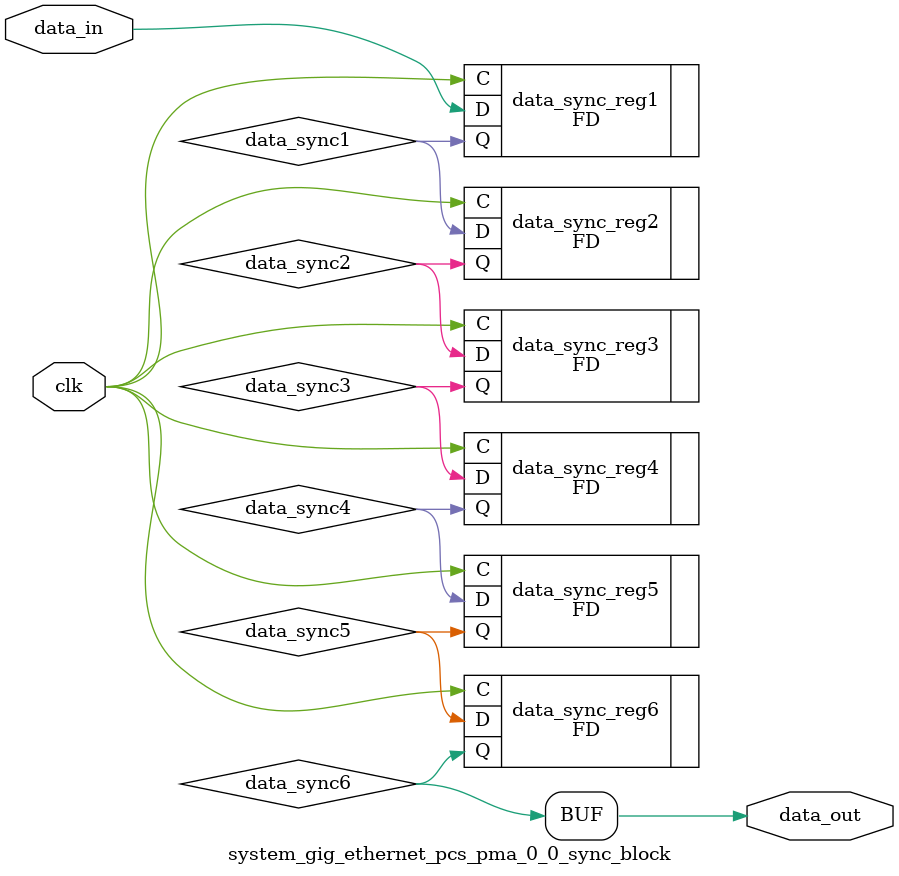
<source format=v>

`timescale 1ps / 1ps

module system_gig_ethernet_pcs_pma_0_0_sync_block #(
  parameter INITIALISE = 2'b00
)
(
  input        clk,              // clock to be sync'ed to
  input        data_in,          // Data to be 'synced'
  output       data_out          // synced data
);

  // Internal Signals
  wire data_sync1;
  wire data_sync2;
  wire data_sync3;
  wire data_sync4;
  wire data_sync5;
  wire data_sync6;


  (* shreg_extract = "no", ASYNC_REG = "TRUE" *)
  FD #(
    .INIT (INITIALISE[0])
  ) data_sync_reg1 (
    .C  (clk),
    .D  (data_in),
    .Q  (data_sync1)
  );


  (* shreg_extract = "no", ASYNC_REG = "TRUE" *)
  FD #(
   .INIT (INITIALISE[1])
  ) data_sync_reg2 (
  .C  (clk),
  .D  (data_sync1),
  .Q  (data_sync2)
  );


  (* shreg_extract = "no", ASYNC_REG = "TRUE" *)
  FD #(
   .INIT (INITIALISE[1])
  ) data_sync_reg3 (
  .C  (clk),
  .D  (data_sync2),
  .Q  (data_sync3)
  );

  (* shreg_extract = "no", ASYNC_REG = "TRUE" *)
  FD #(
   .INIT (INITIALISE[1])
  ) data_sync_reg4 (
  .C  (clk),
  .D  (data_sync3),
  .Q  (data_sync4)
  );

  (* shreg_extract = "no", ASYNC_REG = "TRUE" *)
  FD #(
   .INIT (INITIALISE[1])
  ) data_sync_reg5 (
  .C  (clk),
  .D  (data_sync4),
  .Q  (data_sync5)
  );

  (* shreg_extract = "no", ASYNC_REG = "TRUE" *)
  FD #(
   .INIT (INITIALISE[1])
  ) data_sync_reg6 (
  .C  (clk),
  .D  (data_sync5),
  .Q  (data_sync6)
  );
  assign data_out = data_sync6;


endmodule



</source>
